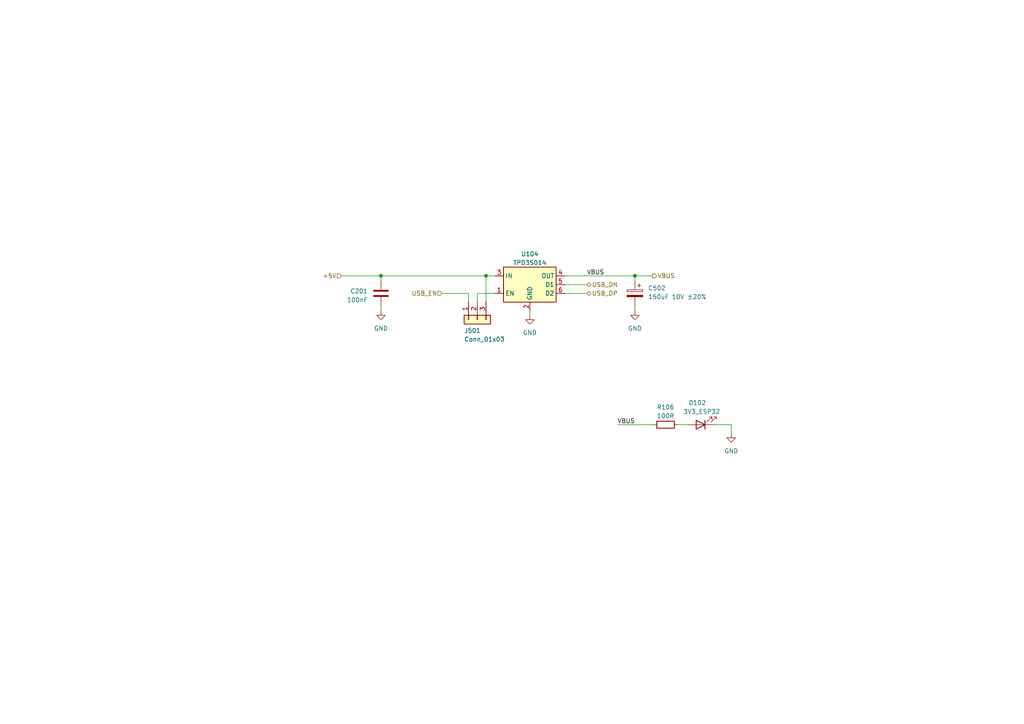
<source format=kicad_sch>
(kicad_sch (version 20230121) (generator eeschema)
  (paper "A4")
  (title_block (title "ODROID H3(+) mITX adapter") (date "2023-05-07") (rev "1.0.0"))
  (lib_symbols
    (symbol "Device:C" (pin_numbers hide) (pin_names (offset 0.254))
      (property "Reference" "C" (at 0.635 2.54 0))
      (property "Value" "C" (at 0.635 -2.54 0))
      (symbol "C_0_1"
        (polyline (pts (xy -2.032 -0.762) (xy 2.032 -0.762)) (stroke (width 0.508)))
        (polyline (pts (xy -2.032 0.762) (xy 2.032 0.762)) (stroke (width 0.508)))
      )
      (symbol "C_1_1"
        (pin passive line (at 0 3.81 270) (length 2.794) (name "~") (number "1"))
        (pin passive line (at 0 -3.81 90) (length 2.794) (name "~") (number "2"))
      )
    )
    (symbol "Device:C_Polarized" (pin_numbers hide) (pin_names (offset 0.254))
      (property "Reference" "C" (at 0.635 2.54 0))
      (property "Value" "C_Polarized" (at 0.635 -2.54 0))
      (symbol "C_Polarized_0_1"
        (rectangle (start -2.286 0.508) (end 2.286 1.016))
        (polyline (pts (xy -1.778 2.286) (xy -0.762 2.286)))
        (polyline (pts (xy -1.27 2.794) (xy -1.27 1.778)))
        (rectangle (start 2.286 -0.508) (end -2.286 -1.016) (fill (type outline)))
      )
      (symbol "C_Polarized_1_1"
        (pin passive line (at 0 3.81 270) (length 2.794) (name "~") (number "1"))
        (pin passive line (at 0 -3.81 90) (length 2.794) (name "~") (number "2"))
      )
    )
    (symbol "Device:LED" (pin_numbers hide) (pin_names (offset 1.016) hide)
      (property "Reference" "D" (at 0 2.54 0))
      (property "Value" "LED" (at 0 -2.54 0))
      (symbol "LED_0_1"
        (polyline (pts (xy -1.27 -1.27) (xy -1.27 1.27)) (stroke (width 0.254)))
        (polyline (pts (xy -1.27 0) (xy 1.27 0)))
        (polyline (pts (xy 1.27 -1.27) (xy 1.27 1.27) (xy -1.27 0) (xy 1.27 -1.27)) (stroke (width 0.254)))
        (polyline (pts (xy -3.048 -0.762) (xy -4.572 -2.286) (xy -3.81 -2.286) (xy -4.572 -2.286) (xy -4.572 -1.524)))
        (polyline (pts (xy -1.778 -0.762) (xy -3.302 -2.286) (xy -2.54 -2.286) (xy -3.302 -2.286) (xy -3.302 -1.524)))
      )
      (symbol "LED_1_1"
        (pin passive line (at -3.81 0 0) (length 2.54) (name "K") (number "1"))
        (pin passive line (at 3.81 0 180) (length 2.54) (name "A") (number "2"))
      )
    )
    (symbol "Device:R" (pin_numbers hide) (pin_names (offset 0))
      (property "Reference" "R" (at 2.032 0 90))
      (property "Value" "R" (at 0 0 90))
      (symbol "R_0_1"
        (rectangle (start -1.016 -2.54) (end 1.016 2.54) (stroke (width 0.254)))
      )
      (symbol "R_1_1"
        (pin passive line (at 0 3.81 270) (length 1.27) (name "~") (number "1"))
        (pin passive line (at 0 -3.81 90) (length 1.27) (name "~") (number "2"))
      )
    )
    (symbol "Power_Protection:TPD3S014"
      (property "Reference" "U" (at -6.35 6.35 0))
      (property "Value" "TPD3S014" (at 2.54 6.35 0))
      (symbol "TPD3S014_0_1"
        (rectangle (start -7.62 5.08) (end 7.62 -5.08) (stroke (width 0.254)) (fill (type background)))
      )
      (symbol "TPD3S014_1_1"
        (pin input line (at -10.16 -2.54 0) (length 2.54) (name "EN") (number "1"))
        (pin power_in line (at 0 -7.62 90) (length 2.54) (name "GND") (number "2"))
        (pin power_in line (at -10.16 2.54 0) (length 2.54) (name "IN") (number "3"))
        (pin passive line (at 10.16 2.54 180) (length 2.54) (name "OUT") (number "4"))
        (pin passive line (at 10.16 0 180) (length 2.54) (name "D1") (number "5"))
        (pin passive line (at 10.16 -2.54 180) (length 2.54) (name "D2") (number "6"))
      )
    )
    (symbol "odroid_h3_uitx_adapter:Conn_01x03" (pin_names (offset 1.016) hide)
      (property "Reference" "J" (at 0 5.08 0))
      (property "Value" "Conn_01x03" (at 0 -5.08 0))
      (property "LCSC" "C358685" (at 0 -10.16 0))
      (symbol "Conn_01x03_1_1"
        (rectangle (start -1.27 -2.413) (end 0 -2.667) (stroke (width 0.1524)))
        (rectangle (start -1.27 0.127) (end 0 -0.127) (stroke (width 0.1524)))
        (rectangle (start -1.27 2.667) (end 0 2.413) (stroke (width 0.1524)))
        (rectangle (start -1.27 3.81) (end 1.27 -3.81) (stroke (width 0.254)) (fill (type background)))
        (pin passive line (at -5.08 2.54 0) (length 3.81) (name "Pin_1") (number "1"))
        (pin passive line (at -5.08 0 0) (length 3.81) (name "Pin_2") (number "2"))
        (pin passive line (at -5.08 -2.54 0) (length 3.81) (name "Pin_3") (number "3"))
      )
    )
    (symbol "power:GND" (power) (pin_names (offset 0))
      (property "Value" "GND" (at 0 -3.81 0))
      (symbol "GND_0_1"
        (polyline (pts (xy 0 0) (xy 0 -1.27) (xy 1.27 -1.27) (xy 0 -2.54) (xy -1.27 -1.27) (xy 0 -1.27)))
      )
      (symbol "GND_1_1"
        (pin power_in line (at 0 0 270) (length 0) hide (name "GND") (number "1"))
      )
    )
  )
  (junction (at 184.15 80.01))
  (junction (at 110.49 80.01))
  (junction (at 140.97 80.01))
  (wire (pts (xy 99.06 80.01) (xy 110.49 80.01)))
  (wire (pts (xy 140.97 80.01) (xy 140.97 87.63)))
  (wire (pts (xy 163.83 85.09) (xy 170.18 85.09)))
  (wire (pts (xy 163.83 80.01) (xy 184.15 80.01)))
  (wire (pts (xy 179.07 123.19) (xy 189.23 123.19)))
  (wire (pts (xy 135.89 87.63) (xy 135.89 85.09)))
  (wire (pts (xy 153.67 90.17) (xy 153.67 91.44)))
  (wire (pts (xy 110.49 88.9) (xy 110.49 90.17)))
  (wire (pts (xy 135.89 85.09) (xy 128.27 85.09)))
  (wire (pts (xy 184.15 80.01) (xy 184.15 81.28)))
  (wire (pts (xy 138.43 85.09) (xy 143.51 85.09)))
  (wire (pts (xy 110.49 80.01) (xy 140.97 80.01)))
  (wire (pts (xy 138.43 85.09) (xy 138.43 87.63)))
  (wire (pts (xy 199.39 123.19) (xy 196.85 123.19)))
  (wire (pts (xy 184.15 80.01) (xy 189.23 80.01)))
  (wire (pts (xy 207.01 123.19) (xy 212.09 123.19)))
  (wire (pts (xy 184.15 88.9) (xy 184.15 90.17)))
  (wire (pts (xy 110.49 81.28) (xy 110.49 80.01)))
  (wire (pts (xy 163.83 82.55) (xy 170.18 82.55)))
  (wire (pts (xy 212.09 123.19) (xy 212.09 125.73)))
  (wire (pts (xy 140.97 80.01) (xy 143.51 80.01)))
  (label "VBUS" (at 179.07 123.19 0))
  (label "VBUS" (at 170.18 80.01 0))
  (hierarchical_label "+5V" (shape input) (at 99.06 80.01 180))
  (hierarchical_label "VBUS" (shape output) (at 189.23 80.01 0))
  (hierarchical_label "USB_DP" (shape bidirectional) (at 170.18 85.09 0))
  (hierarchical_label "USB_EN" (shape input) (at 128.27 85.09 180))
  (hierarchical_label "USB_DN" (shape bidirectional) (at 170.18 82.55 0))
  (symbol (lib_id "odroid_h3_uitx_adapter:Conn_01x03") (at 138.43 92.71 90) (mirror x) (unit 1)
    (property "Reference" "J501" (at 134.62 95.885 90) (effects (justify right)))
    (property "Value" "Conn_01x03" (at 134.62 98.425 90) (effects (justify right)))
    (property "Footprint" "odroid_h3_uitx_adapter:PinHeader_1x03_P2.54mm_Vertical" (effects hide))
    (property "LCSC" "C358685" (effects hide))
    (instances (project "main" (path "" (reference "J501") (unit 1)) (path "" (reference "J601") (unit 1)) (path "" (reference "J701") (unit 1))))
  )
  (symbol (lib_id "power:GND") (at 184.15 90.17 0) (mirror y) (unit 1)
    (property "Reference" "#PWR0116" (effects hide))
    (property "Value" "GND" (at 184.15 95.25 0))
    (instances (project "main" (path "" (reference "#PWR0116") (unit 1)) (path "" (reference "#PWR0408") (unit 1)) (path "" (reference "#PWR0503") (unit 1)) (path "" (reference "#PWR0603") (unit 1)) (path "" (reference "#PWR0703") (unit 1))))
  )
  (symbol (lib_id "Power_Protection:TPD3S014") (at 153.67 82.55 0) (unit 1)
    (property "Reference" "U104" (at 153.67 73.66 0))
    (property "Value" "TPD3S014" (at 153.67 76.2 0))
    (property "Footprint" "Package_TO_SOT_SMD:SOT-23-6" (effects hide))
    (property "Datasheet" "http://www.ti.com/lit/ds/symlink/tpd3s014.pdf" (effects hide))
    (property "LCSC" "C87384" (effects hide))
    (instances (project "main" (path "" (reference "U104") (unit 1)) (path "" (reference "U401") (unit 1)) (path "" (reference "U501") (unit 1)) (path "" (reference "U601") (unit 1)) (path "" (reference "U701") (unit 1))))
  )
  (symbol (lib_id "Device:R") (at 193.04 123.19 90) (unit 1)
    (property "Reference" "R106" (at 193.04 118.11 90))
    (property "Value" "100R" (at 193.04 120.65 90))
    (property "Footprint" "Resistor_SMD:R_0402_1005Metric" (effects hide))
    (property "LCSC" "C25076" (effects hide))
    (instances (project "main" (path "" (reference "R106") (unit 1)) (path "" (reference "R302") (unit 1)) (path "" (reference "R203") (unit 1)) (path "" (reference "R501") (unit 1)) (path "" (reference "R601") (unit 1)) (path "" (reference "R701") (unit 1))))
  )
  (symbol (lib_id "Device:C_Polarized") (at 184.15 85.09 0) (mirror y) (unit 1)
    (property "Reference" "C502" (at 187.96 83.566 0) (effects (justify right)))
    (property "Value" "150uF 10V ±20%" (at 187.96 86.106 0) (effects (justify right)))
    (property "Footprint" "Capacitor_SMD:CP_Elec_6.3x7.7" (effects hide))
    (property "Datasheet" "https://datasheet.lcsc.com/lcsc/1811151200_Lelon-VZH151M1ATR-0606_C249851.pdf" (effects hide))
    (property "LCSC" "C249851" (effects hide))
    (instances (project "main" (path "" (reference "C502") (unit 1)) (path "" (reference "C602") (unit 1)) (path "" (reference "C702") (unit 1))))
  )
  (symbol (lib_id "power:GND") (at 212.09 125.73 0) (mirror y) (unit 1)
    (property "Reference" "#PWR0105" (effects hide))
    (property "Value" "GND" (at 212.09 130.81 0))
    (instances (project "main" (path "" (reference "#PWR0105") (unit 1)) (path "" (reference "#PWR0203") (unit 1)) (path "" (reference "#PWR0406") (unit 1)) (path "" (reference "#PWR0504") (unit 1)) (path "" (reference "#PWR0604") (unit 1)) (path "" (reference "#PWR0704") (unit 1))))
  )
  (symbol (lib_id "Device:C") (at 110.49 85.09 0) (mirror y) (unit 1)
    (property "Reference" "C201" (at 106.68 84.455 0) (effects (justify left)))
    (property "Value" "100nF" (at 106.68 86.995 0) (effects (justify left)))
    (property "Footprint" "Capacitor_SMD:C_0402_1005Metric" (effects hide))
    (property "LCSC" "C307331" (effects hide))
    (instances (project "main" (path "" (reference "C201") (unit 1)) (path "" (reference "C403") (unit 1)) (path "" (reference "C501") (unit 1)) (path "" (reference "C601") (unit 1)) (path "" (reference "C701") (unit 1))))
  )
  (symbol (lib_id "power:GND") (at 153.67 91.44 0) (unit 1)
    (property "Reference" "#PWR0116" (effects hide))
    (property "Value" "GND" (at 153.67 96.52 0))
    (instances (project "main" (path "" (reference "#PWR0116") (unit 1)) (path "" (reference "#PWR0404") (unit 1)) (path "" (reference "#PWR0502") (unit 1)) (path "" (reference "#PWR0602") (unit 1)) (path "" (reference "#PWR0702") (unit 1))))
  )
  (symbol (lib_id "power:GND") (at 110.49 90.17 0) (unit 1)
    (property "Reference" "#PWR0116" (effects hide))
    (property "Value" "GND" (at 110.49 95.25 0))
    (instances (project "main" (path "" (reference "#PWR0116") (unit 1)) (path "" (reference "#PWR0407") (unit 1)) (path "" (reference "#PWR0501") (unit 1)) (path "" (reference "#PWR0601") (unit 1)) (path "" (reference "#PWR0701") (unit 1))))
  )
  (symbol (lib_id "Device:LED") (at 203.2 123.19 180) (unit 1)
    (property "Reference" "D102" (at 202.2475 116.84 0))
    (property "Value" "3V3_ESP32" (at 203.5175 119.38 0))
    (property "Footprint" "LED_SMD:LED_0603_1608Metric" (effects hide))
    (property "Datasheet" "https://datasheet.lcsc.com/lcsc/1810201530_BrtLed-Bright-LED-Elec-BL-HKC36G-AV-TRB_C165981.pdf" (effects hide))
    (property "LCSC" "C165981" (effects hide))
    (instances (project "main" (path "" (reference "D102") (unit 1)) (path "" (reference "D302") (unit 1)) (path "" (reference "D204") (unit 1)) (path "" (reference "D501") (unit 1)) (path "" (reference "D601") (unit 1)) (path "" (reference "D701") (unit 1))))
  )
)
</source>
